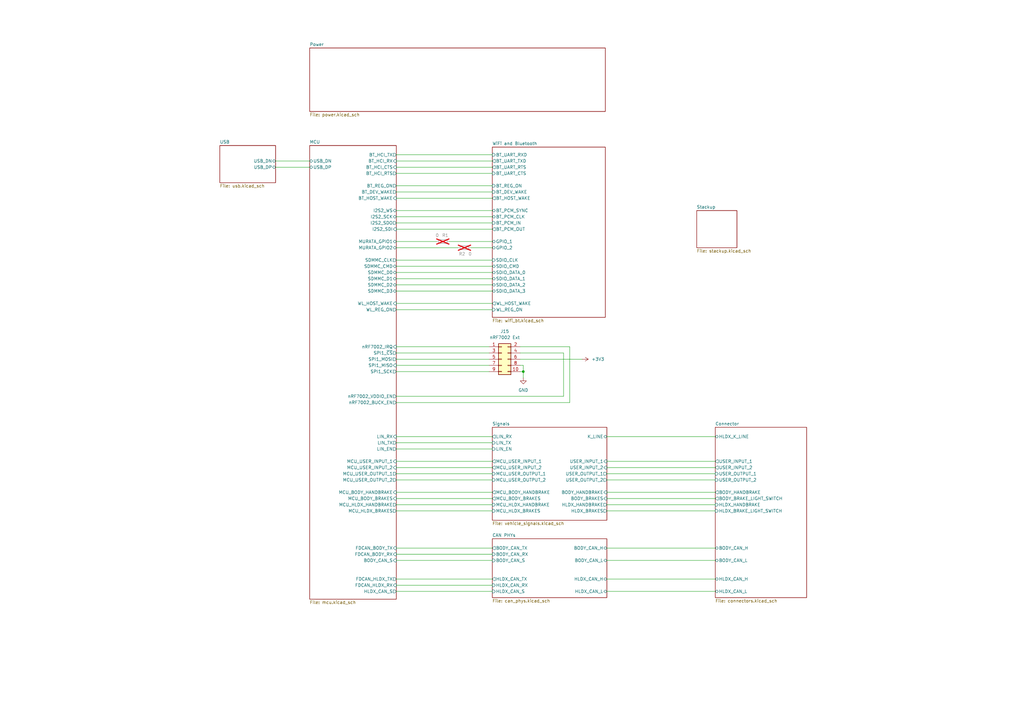
<source format=kicad_sch>
(kicad_sch (version 20231120) (generator "eeschema") (generator_version "8.0")
  (paper "A3")
  (title_block (date "2025-05-07") (rev "v1.0.0") (company "github.com/gabbla") (comment 1 "${PROJECTNAME}"))
  (lib_symbols
    (symbol "Connector_Generic:Conn_02x05_Odd_Even" (pin_names (offset 1.016) hide)
      (property "Reference" "J" (at 1.27 7.62 0))
      (property "Value" "Conn_02x05_Odd_Even" (at 1.27 -7.62 0))
      (symbol "Conn_02x05_Odd_Even_1_1"
        (rectangle (start -1.27 -4.953) (end 0 -5.207) (stroke (width 0.1524)))
        (rectangle (start -1.27 -2.413) (end 0 -2.667) (stroke (width 0.1524)))
        (rectangle (start -1.27 0.127) (end 0 -0.127) (stroke (width 0.1524)))
        (rectangle (start -1.27 2.667) (end 0 2.413) (stroke (width 0.1524)))
        (rectangle (start -1.27 5.207) (end 0 4.953) (stroke (width 0.1524)))
        (rectangle (start -1.27 6.35) (end 3.81 -6.35) (stroke (width 0.254)) (fill (type background)))
        (rectangle (start 3.81 -4.953) (end 2.54 -5.207) (stroke (width 0.1524)))
        (rectangle (start 3.81 -2.413) (end 2.54 -2.667) (stroke (width 0.1524)))
        (rectangle (start 3.81 0.127) (end 2.54 -0.127) (stroke (width 0.1524)))
        (rectangle (start 3.81 2.667) (end 2.54 2.413) (stroke (width 0.1524)))
        (rectangle (start 3.81 5.207) (end 2.54 4.953) (stroke (width 0.1524)))
        (pin passive line (at -5.08 5.08 0) (length 3.81) (name "Pin_1") (number "1"))
        (pin passive line (at 7.62 -5.08 180) (length 3.81) (name "Pin_10") (number "10"))
        (pin passive line (at 7.62 5.08 180) (length 3.81) (name "Pin_2") (number "2"))
        (pin passive line (at -5.08 2.54 0) (length 3.81) (name "Pin_3") (number "3"))
        (pin passive line (at 7.62 2.54 180) (length 3.81) (name "Pin_4") (number "4"))
        (pin passive line (at -5.08 0 0) (length 3.81) (name "Pin_5") (number "5"))
        (pin passive line (at 7.62 0 180) (length 3.81) (name "Pin_6") (number "6"))
        (pin passive line (at -5.08 -2.54 0) (length 3.81) (name "Pin_7") (number "7"))
        (pin passive line (at 7.62 -2.54 180) (length 3.81) (name "Pin_8") (number "8"))
        (pin passive line (at -5.08 -5.08 0) (length 3.81) (name "Pin_9") (number "9"))
      )
    )
    (symbol "Device:R_Small" (pin_numbers hide) (pin_names (offset 0.254) hide)
      (property "Reference" "R" (at 0.762 0.508 0))
      (property "Value" "R_Small" (at 0.762 -1.016 0))
      (symbol "R_Small_0_1"
        (rectangle (start -0.762 1.778) (end 0.762 -1.778) (stroke (width 0.2032)))
      )
      (symbol "R_Small_1_1"
        (pin passive line (at 0 2.54 270) (length 0.762) (name "~") (number "1"))
        (pin passive line (at 0 -2.54 90) (length 0.762) (name "~") (number "2"))
      )
    )
    (symbol "power:+3V3" (power) (pin_numbers hide) (pin_names (offset 0) hide)
      (property "Value" "+3V3" (at 0 3.556 0))
      (symbol "+3V3_0_1"
        (polyline (pts (xy -0.762 1.27) (xy 0 2.54)))
        (polyline (pts (xy 0 0) (xy 0 2.54)))
        (polyline (pts (xy 0 2.54) (xy 0.762 1.27)))
      )
      (symbol "+3V3_1_1"
        (pin power_in line (at 0 0 90) (length 0) (name "~") (number "1"))
      )
    )
    (symbol "power:GND" (power) (pin_numbers hide) (pin_names (offset 0) hide)
      (property "Value" "GND" (at 0 -3.81 0))
      (symbol "GND_0_1"
        (polyline (pts (xy 0 0) (xy 0 -1.27) (xy 1.27 -1.27) (xy 0 -2.54) (xy -1.27 -1.27) (xy 0 -1.27)))
      )
      (symbol "GND_1_1"
        (pin power_in line (at 0 0 270) (length 0) (name "~") (number "1"))
      )
    )
  )
  (junction (at 214.63 152.4))
  (wire (pts (xy 162.56 101.6) (xy 187.96 101.6)))
  (wire (pts (xy 248.92 209.55) (xy 293.37 209.55)))
  (wire (pts (xy 248.92 201.93) (xy 293.37 201.93)))
  (wire (pts (xy 162.56 114.3) (xy 201.93 114.3)))
  (wire (pts (xy 162.56 66.04) (xy 201.93 66.04)))
  (wire (pts (xy 162.56 184.15) (xy 201.93 184.15)))
  (wire (pts (xy 162.56 88.9) (xy 201.93 88.9)))
  (wire (pts (xy 162.56 142.24) (xy 200.66 142.24)))
  (wire (pts (xy 201.93 201.93) (xy 162.56 201.93)))
  (wire (pts (xy 113.03 68.58) (xy 127 68.58)))
  (wire (pts (xy 162.56 189.23) (xy 201.93 189.23)))
  (wire (pts (xy 162.56 242.57) (xy 201.93 242.57)))
  (wire (pts (xy 162.56 71.12) (xy 201.93 71.12)))
  (wire (pts (xy 233.68 142.24) (xy 213.36 142.24)))
  (wire (pts (xy 162.56 209.55) (xy 201.93 209.55)))
  (wire (pts (xy 213.36 147.32) (xy 238.76 147.32)))
  (wire (pts (xy 248.92 179.07) (xy 293.37 179.07)))
  (wire (pts (xy 162.56 81.28) (xy 201.93 81.28)))
  (wire (pts (xy 162.56 76.2) (xy 201.93 76.2)))
  (wire (pts (xy 162.56 86.36) (xy 201.93 86.36)))
  (wire (pts (xy 231.14 162.56) (xy 231.14 144.78)))
  (wire (pts (xy 248.92 237.49) (xy 293.37 237.49)))
  (wire (pts (xy 162.56 149.86) (xy 200.66 149.86)))
  (wire (pts (xy 162.56 229.87) (xy 201.93 229.87)))
  (wire (pts (xy 162.56 194.31) (xy 201.93 194.31)))
  (wire (pts (xy 248.92 189.23) (xy 293.37 189.23)))
  (wire (pts (xy 162.56 237.49) (xy 201.93 237.49)))
  (wire (pts (xy 248.92 191.77) (xy 293.37 191.77)))
  (wire (pts (xy 162.56 147.32) (xy 200.66 147.32)))
  (wire (pts (xy 162.56 191.77) (xy 201.93 191.77)))
  (wire (pts (xy 162.56 207.01) (xy 201.93 207.01)))
  (wire (pts (xy 162.56 99.06) (xy 179.07 99.06)))
  (wire (pts (xy 162.56 124.46) (xy 201.93 124.46)))
  (wire (pts (xy 162.56 179.07) (xy 201.93 179.07)))
  (wire (pts (xy 214.63 152.4) (xy 214.63 154.94)))
  (wire (pts (xy 162.56 162.56) (xy 231.14 162.56)))
  (wire (pts (xy 162.56 204.47) (xy 201.93 204.47)))
  (wire (pts (xy 213.36 149.86) (xy 214.63 149.86)))
  (wire (pts (xy 248.92 204.47) (xy 293.37 204.47)))
  (wire (pts (xy 113.03 66.04) (xy 127 66.04)))
  (wire (pts (xy 184.15 99.06) (xy 201.93 99.06)))
  (wire (pts (xy 248.92 207.01) (xy 293.37 207.01)))
  (wire (pts (xy 248.92 194.31) (xy 293.37 194.31)))
  (wire (pts (xy 162.56 165.1) (xy 233.68 165.1)))
  (wire (pts (xy 162.56 196.85) (xy 201.93 196.85)))
  (wire (pts (xy 162.56 111.76) (xy 201.93 111.76)))
  (wire (pts (xy 231.14 144.78) (xy 213.36 144.78)))
  (wire (pts (xy 162.56 227.33) (xy 201.93 227.33)))
  (wire (pts (xy 162.56 127) (xy 201.93 127)))
  (wire (pts (xy 162.56 240.03) (xy 201.93 240.03)))
  (wire (pts (xy 162.56 152.4) (xy 200.66 152.4)))
  (wire (pts (xy 248.92 196.85) (xy 293.37 196.85)))
  (wire (pts (xy 214.63 149.86) (xy 214.63 152.4)))
  (wire (pts (xy 162.56 224.79) (xy 201.93 224.79)))
  (wire (pts (xy 162.56 116.84) (xy 201.93 116.84)))
  (wire (pts (xy 213.36 152.4) (xy 214.63 152.4)))
  (wire (pts (xy 248.92 229.87) (xy 293.37 229.87)))
  (wire (pts (xy 162.56 63.5) (xy 201.93 63.5)))
  (wire (pts (xy 162.56 91.44) (xy 201.93 91.44)))
  (wire (pts (xy 233.68 165.1) (xy 233.68 142.24)))
  (wire (pts (xy 162.56 78.74) (xy 201.93 78.74)))
  (wire (pts (xy 162.56 109.22) (xy 201.93 109.22)))
  (wire (pts (xy 162.56 106.68) (xy 201.93 106.68)))
  (wire (pts (xy 248.92 224.79) (xy 293.37 224.79)))
  (wire (pts (xy 162.56 68.58) (xy 201.93 68.58)))
  (wire (pts (xy 162.56 119.38) (xy 201.93 119.38)))
  (wire (pts (xy 162.56 144.78) (xy 200.66 144.78)))
  (wire (pts (xy 193.04 101.6) (xy 201.93 101.6)))
  (wire (pts (xy 162.56 93.98) (xy 201.93 93.98)))
  (wire (pts (xy 248.92 242.57) (xy 293.37 242.57)))
  (wire (pts (xy 162.56 181.61) (xy 201.93 181.61)))
  (symbol (lib_id "Device:R_Small") (at 190.5 101.6 90) (mirror x) (unit 1) (dnp yes)
    (property "Reference" "R2" (at 189.484 104.14 90))
    (property "Value" "0" (at 192.786 104.14 90))
    (property "Footprint" "Resistor_SMD:R_0603_1608Metric_Pad0.98x0.95mm_HandSolder" (effects (hide yes)))
    (property "Description" "Resistor, small symbol" (effects (hide yes)))
  )
  (symbol (lib_id "Connector_Generic:Conn_02x05_Odd_Even") (at 205.74 147.32 0) (unit 1)
    (property "Reference" "J15" (at 207.01 135.89 0))
    (property "Value" "nRF7002 Ext" (at 207.01 138.43 0))
    (property "Footprint" "Connector_PinHeader_1.27mm:PinHeader_2x05_P1.27mm_Vertical" (effects (hide yes)))
    (property "Description" "Generic connector, double row, 02x05, odd/even pin numbering scheme (row 1 odd numbers, row 2 even numbers), script generated (kicad-library-utils/schlib/autogen/connector/)" (effects (hide yes)))
  )
  (symbol (lib_id "Device:R_Small") (at 181.61 99.06 270) (mirror x) (unit 1) (dnp yes)
    (property "Reference" "R1" (at 182.626 96.52 90))
    (property "Value" "0" (at 179.324 96.52 90))
    (property "Footprint" "Resistor_SMD:R_0603_1608Metric_Pad0.98x0.95mm_HandSolder" (effects (hide yes)))
    (property "Description" "Resistor, small symbol" (effects (hide yes)))
  )
  (symbol (lib_id "power:+3V3") (at 238.76 147.32 270) (unit 1)
    (property "Reference" "#PWR077" (effects (hide yes)))
    (property "Value" "+3V3" (at 242.57 147.3199 90) (effects (justify left)))
    (property "Description" "Power symbol creates a global label with name \"+3V3\"" (effects (hide yes)))
  )
  (symbol (lib_id "power:GND") (at 214.63 154.94 0) (unit 1)
    (property "Reference" "#PWR078" (effects (hide yes)))
    (property "Value" "GND" (at 214.63 160.02 0))
    (property "Description" "Power symbol creates a global label with name \"GND\" , ground" (effects (hide yes)))
  )
  (sheet (at 285.75 86.36) (size 16.51 15.24) (stroke (width 0.1524))
    (property "Sheetname" "Stackup" (at 285.75 85.6484 0) (effects (justify left bottom)))
    (property "Sheetfile" "stackup.kicad_sch" (at 285.75 102.1846 0) (effects (justify left top)))
  )
  (sheet (at 90.17 59.69) (size 22.86 15.24) (stroke (width 0.1524))
    (property "Sheetname" "USB" (at 90.17 58.9784 0) (effects (justify left bottom)))
    (property "Sheetfile" "usb.kicad_sch" (at 90.17 75.5146 0) (effects (justify left top)))
    (pin "USB_DN" bidirectional (at 113.03 66.04 0))
    (pin "USB_DP" bidirectional (at 113.03 68.58 0))
  )
  (sheet (at 201.93 60.325) (size 46.355 69.85) (stroke (width 0.1524))
    (property "Sheetname" "WiFi and Bluetooth" (at 201.93 59.6134 0) (effects (justify left bottom)))
    (property "Sheetfile" "wifi_bt.kicad_sch" (at 201.93 130.7596 0) (effects (justify left top)))
    (pin "GPIO_2" bidirectional (at 201.93 101.6 180))
    (pin "GPIO_1" bidirectional (at 201.93 99.06 180))
    (pin "BT_PCM_IN" input (at 201.93 91.44 180))
    (pin "BT_PCM_CLK" bidirectional (at 201.93 88.9 180))
    (pin "BT_UART_RXD" input (at 201.93 63.5 180))
    (pin "BT_UART_RTS" output (at 201.93 68.58 180))
    (pin "BT_UART_TXD" output (at 201.93 66.04 180))
    (pin "BT_PCM_SYNC" bidirectional (at 201.93 86.36 180))
    (pin "BT_PCM_OUT" output (at 201.93 93.98 180))
    (pin "BT_UART_CTS" input (at 201.93 71.12 180))
    (pin "SDIO_CLK" input (at 201.93 106.68 180))
    (pin "SDIO_CMD" bidirectional (at 201.93 109.22 180))
    (pin "SDIO_DATA_2" bidirectional (at 201.93 116.84 180))
    (pin "BT_REG_ON" input (at 201.93 76.2 180))
    (pin "WL_REG_ON" input (at 201.93 127 180))
    (pin "SDIO_DATA_1" bidirectional (at 201.93 114.3 180))
    (pin "SDIO_DATA_3" bidirectional (at 201.93 119.38 180))
    (pin "SDIO_DATA_0" bidirectional (at 201.93 111.76 180))
    (pin "WL_HOST_WAKE" output (at 201.93 124.46 180))
    (pin "BT_HOST_WAKE" output (at 201.93 81.28 180))
    (pin "BT_DEV_WAKE" input (at 201.93 78.74 180))
  )
  (sheet (at 293.37 175.26) (size 37.465 69.85) (stroke (width 0.1524))
    (property "Sheetname" "Connector" (at 293.37 174.5484 0) (effects (justify left bottom)))
    (property "Sheetfile" "connectors.kicad_sch" (at 293.37 245.6946 0) (effects (justify left top)))
    (pin "HLDX_K_LINE" bidirectional (at 293.37 179.07 180))
    (pin "HLDX_HANDBRAKE" input (at 293.37 207.01 180))
    (pin "HLDX_BRAKE_LIGHT_SWITCH" input (at 293.37 209.55 180))
    (pin "HLDX_CAN_L" bidirectional (at 293.37 242.57 180))
    (pin "HLDX_CAN_H" bidirectional (at 293.37 237.49 180))
    (pin "BODY_HANDBRAKE" output (at 293.37 201.93 180))
    (pin "BODY_CAN_H" bidirectional (at 293.37 224.79 180))
    (pin "BODY_CAN_L" bidirectional (at 293.37 229.87 180))
    (pin "BODY_BRAKE_LIGHT_SWITCH" output (at 293.37 204.47 180))
    (pin "USER_OUTPUT_2" input (at 293.37 196.85 180))
    (pin "USER_INPUT_2" output (at 293.37 191.77 180))
    (pin "USER_INPUT_1" output (at 293.37 189.23 180))
    (pin "USER_OUTPUT_1" input (at 293.37 194.31 180))
  )
  (sheet (at 127 19.685) (size 121.285 26.035) (stroke (width 0.1524))
    (property "Sheetname" "Power" (at 127 18.9734 0) (effects (justify left bottom)))
    (property "Sheetfile" "power.kicad_sch" (at 127 46.3046 0) (effects (justify left top)))
  )
  (sheet (at 201.93 220.98) (size 46.99 24.13) (stroke (width 0.1524))
    (property "Sheetname" "CAN PHYs" (at 201.93 220.2684 0) (effects (justify left bottom)))
    (property "Sheetfile" "can_phys.kicad_sch" (at 201.93 245.6946 0) (effects (justify left top)))
    (pin "BODY_CAN_TX" output (at 201.93 224.79 180))
    (pin "BODY_CAN_RX" input (at 201.93 227.33 180))
    (pin "BODY_CAN_S" input (at 201.93 229.87 180))
    (pin "HLDX_CAN_TX" output (at 201.93 237.49 180))
    (pin "HLDX_CAN_RX" input (at 201.93 240.03 180))
    (pin "HLDX_CAN_S" input (at 201.93 242.57 180))
    (pin "BODY_CAN_L" bidirectional (at 248.92 229.87 0))
    (pin "BODY_CAN_H" bidirectional (at 248.92 224.79 0))
    (pin "HLDX_CAN_L" bidirectional (at 248.92 242.57 0))
    (pin "HLDX_CAN_H" bidirectional (at 248.92 237.49 0))
  )
  (sheet (at 201.93 175.26) (size 46.99 38.1) (stroke (width 0.1524))
    (property "Sheetname" "Signals" (at 201.93 174.5484 0) (effects (justify left bottom)))
    (property "Sheetfile" "vehicle_signals.kicad_sch" (at 201.93 213.9446 0) (effects (justify left top)))
    (pin "K_LINE" bidirectional (at 248.92 179.07 0))
    (pin "LIN_TX" input (at 201.93 181.61 180))
    (pin "LIN_EN" input (at 201.93 184.15 180))
    (pin "LIN_RX" output (at 201.93 179.07 180))
    (pin "HLDX_BRAKES" output (at 248.92 209.55 0))
    (pin "HLDX_HANDBRAKE" output (at 248.92 207.01 0))
    (pin "BODY_HANDBRAKE" input (at 248.92 201.93 0))
    (pin "BODY_BRAKES" input (at 248.92 204.47 0))
    (pin "MCU_BODY_HANDBRAKE" output (at 201.93 201.93 180))
    (pin "MCU_BODY_BRAKES" output (at 201.93 204.47 180))
    (pin "MCU_HLDX_HANDBRAKE" input (at 201.93 207.01 180))
    (pin "MCU_HLDX_BRAKES" input (at 201.93 209.55 180))
    (pin "USER_INPUT_1" input (at 248.92 189.23 0))
    (pin "USER_INPUT_2" input (at 248.92 191.77 0))
    (pin "MCU_USER_INPUT_1" output (at 201.93 189.23 180))
    (pin "MCU_USER_INPUT_2" output (at 201.93 191.77 180))
    (pin "USER_OUTPUT_1" output (at 248.92 194.31 0))
    (pin "MCU_USER_OUTPUT_1" input (at 201.93 194.31 180))
    (pin "MCU_USER_OUTPUT_2" input (at 201.93 196.85 180))
    (pin "USER_OUTPUT_2" output (at 248.92 196.85 0))
  )
  (sheet (at 127 59.69) (size 35.56 186.055) (stroke (width 0.1524))
    (property "Sheetname" "MCU" (at 127 58.9784 0) (effects (justify left bottom)))
    (property "Sheetfile" "mcu.kicad_sch" (at 127 246.3296 0) (effects (justify left top)))
    (pin "I2S2_SCK" bidirectional (at 162.56 88.9 0))
    (pin "I2S2_WS" bidirectional (at 162.56 86.36 0))
    (pin "I2S2_SDO" output (at 162.56 91.44 0))
    (pin "I2S2_SDI" input (at 162.56 93.98 0))
    (pin "FDCAN_HLDX_TX" output (at 162.56 237.49 0))
    (pin "HLDX_CAN_S" output (at 162.56 242.57 0))
    (pin "USB_DN" bidirectional (at 127 66.04 180))
    (pin "USB_DP" bidirectional (at 127 68.58 180))
    (pin "nRF7002_IRQ" input (at 162.56 142.24 0))
    (pin "nRF7002_VDDIO_EN" output (at 162.56 162.56 0))
    (pin "SDMMC_D0" bidirectional (at 162.56 111.76 0))
    (pin "SDMMC_D1" bidirectional (at 162.56 114.3 0))
    (pin "SDMMC_D2" bidirectional (at 162.56 116.84 0))
    (pin "SDMMC_D3" bidirectional (at 162.56 119.38 0))
    (pin "SDMMC_CLK" output (at 162.56 106.68 0))
    (pin "BT_HCI_CTS" input (at 162.56 68.58 0))
    (pin "BT_HCI_RX" input (at 162.56 66.04 0))
    (pin "BT_HCI_RTS" output (at 162.56 71.12 0))
    (pin "BT_HCI_TX" output (at 162.56 63.5 0))
    (pin "SPI1_~{CS}" output (at 162.56 144.78 0))
    (pin "SPI1_MISO" input (at 162.56 149.86 0))
    (pin "SPI1_SCK" output (at 162.56 152.4 0))
    (pin "SPI1_MOSI" output (at 162.56 147.32 0))
    (pin "nRF7002_BUCK_EN" output (at 162.56 165.1 0))
    (pin "FDCAN_HLDX_RX" input (at 162.56 240.03 0))
    (pin "FDCAN_BODY_TX" input (at 162.56 224.79 0))
    (pin "FDCAN_BODY_RX" input (at 162.56 227.33 0))
    (pin "SDMMC_CMD" bidirectional (at 162.56 109.22 0))
    (pin "BODY_CAN_S" input (at 162.56 229.87 0))
    (pin "BT_REG_ON" output (at 162.56 76.2 0))
    (pin "BT_DEV_WAKE" output (at 162.56 78.74 0))
    (pin "BT_HOST_WAKE" input (at 162.56 81.28 0))
    (pin "MURATA_GPIO1" bidirectional (at 162.56 99.06 0))
    (pin "MURATA_GPIO2" bidirectional (at 162.56 101.6 0))
    (pin "WL_HOST_WAKE" input (at 162.56 124.46 0))
    (pin "WL_REG_ON" output (at 162.56 127 0))
    (pin "LIN_TX" output (at 162.56 181.61 0))
    (pin "LIN_RX" input (at 162.56 179.07 0))
    (pin "LIN_EN" output (at 162.56 184.15 0))
    (pin "MCU_HLDX_HANDBRAKE" output (at 162.56 207.01 0))
    (pin "MCU_HLDX_BRAKES" output (at 162.56 209.55 0))
    (pin "MCU_BODY_HANDBRAKE" input (at 162.56 201.93 0))
    (pin "MCU_BODY_BRAKES" input (at 162.56 204.47 0))
    (pin "MCU_USER_INPUT_1" input (at 162.56 189.23 0))
    (pin "MCU_USER_INPUT_2" input (at 162.56 191.77 0))
    (pin "MCU_USER_OUTPUT_1" output (at 162.56 194.31 0))
    (pin "MCU_USER_OUTPUT_2" output (at 162.56 196.85 0))
  )
)
</source>
